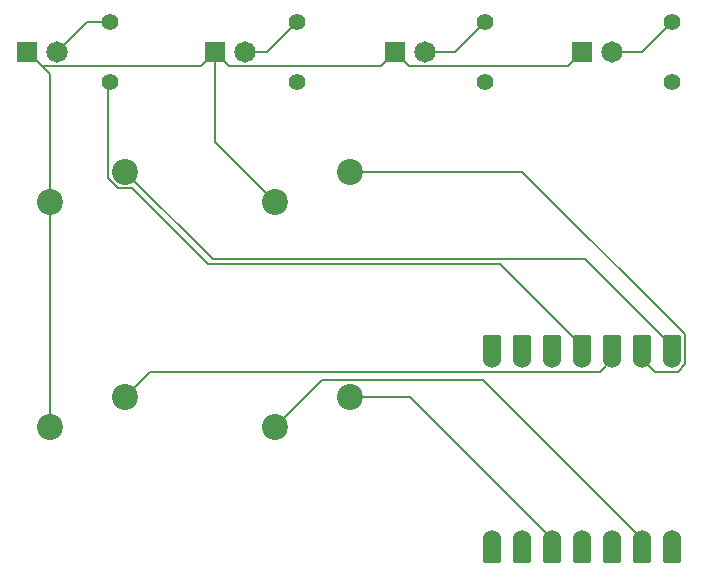
<source format=gbr>
%TF.GenerationSoftware,KiCad,Pcbnew,9.0.3*%
%TF.CreationDate,2025-07-28T00:11:00-05:00*%
%TF.ProjectId,eesa-pathfinder,65657361-2d70-4617-9468-66696e646572,rev?*%
%TF.SameCoordinates,Original*%
%TF.FileFunction,Copper,L1,Top*%
%TF.FilePolarity,Positive*%
%FSLAX46Y46*%
G04 Gerber Fmt 4.6, Leading zero omitted, Abs format (unit mm)*
G04 Created by KiCad (PCBNEW 9.0.3) date 2025-07-28 00:11:00*
%MOMM*%
%LPD*%
G01*
G04 APERTURE LIST*
G04 Aperture macros list*
%AMRoundRect*
0 Rectangle with rounded corners*
0 $1 Rounding radius*
0 $2 $3 $4 $5 $6 $7 $8 $9 X,Y pos of 4 corners*
0 Add a 4 corners polygon primitive as box body*
4,1,4,$2,$3,$4,$5,$6,$7,$8,$9,$2,$3,0*
0 Add four circle primitives for the rounded corners*
1,1,$1+$1,$2,$3*
1,1,$1+$1,$4,$5*
1,1,$1+$1,$6,$7*
1,1,$1+$1,$8,$9*
0 Add four rect primitives between the rounded corners*
20,1,$1+$1,$2,$3,$4,$5,0*
20,1,$1+$1,$4,$5,$6,$7,0*
20,1,$1+$1,$6,$7,$8,$9,0*
20,1,$1+$1,$8,$9,$2,$3,0*%
G04 Aperture macros list end*
%TA.AperFunction,ComponentPad*%
%ADD10C,1.400000*%
%TD*%
%TA.AperFunction,ComponentPad*%
%ADD11C,1.815000*%
%TD*%
%TA.AperFunction,ComponentPad*%
%ADD12R,1.815000X1.815000*%
%TD*%
%TA.AperFunction,ComponentPad*%
%ADD13C,2.200000*%
%TD*%
%TA.AperFunction,SMDPad,CuDef*%
%ADD14RoundRect,0.152400X0.609600X-1.063600X0.609600X1.063600X-0.609600X1.063600X-0.609600X-1.063600X0*%
%TD*%
%TA.AperFunction,ComponentPad*%
%ADD15C,1.524000*%
%TD*%
%TA.AperFunction,SMDPad,CuDef*%
%ADD16RoundRect,0.152400X-0.609600X1.063600X-0.609600X-1.063600X0.609600X-1.063600X0.609600X1.063600X0*%
%TD*%
%TA.AperFunction,Conductor*%
%ADD17C,0.200000*%
%TD*%
G04 APERTURE END LIST*
D10*
%TO.P,R3,1*%
%TO.N,Net-(D3-PadA)*%
X131445000Y-80645000D03*
%TO.P,R3,2*%
%TO.N,LED3*%
X131445000Y-85725000D03*
%TD*%
D11*
%TO.P,D4,A*%
%TO.N,Net-(D4-PadA)*%
X142240000Y-83185000D03*
D12*
%TO.P,D4,C*%
%TO.N,GND*%
X139700000Y-83185000D03*
%TD*%
D13*
%TO.P,SW1,1,1*%
%TO.N,button1*%
X100965000Y-93345000D03*
%TO.P,SW1,2,2*%
%TO.N,GND*%
X94615000Y-95885000D03*
%TD*%
D14*
%TO.P,U1,1,GPIO26/ADC0/A0*%
%TO.N,button1*%
X147320000Y-108385000D03*
D15*
X147320000Y-109220000D03*
D14*
%TO.P,U1,2,GPIO27/ADC1/A1*%
%TO.N,button2*%
X144780000Y-108385000D03*
D15*
X144780000Y-109220000D03*
D14*
%TO.P,U1,3,GPIO28/ADC2/A2*%
%TO.N,button3*%
X142240000Y-108385000D03*
D15*
X142240000Y-109220000D03*
D14*
%TO.P,U1,4,GPIO29/ADC3/A3*%
%TO.N,LED1*%
X139700000Y-108385000D03*
D15*
X139700000Y-109220000D03*
D14*
%TO.P,U1,5,GPIO6/SDA*%
%TO.N,LED2*%
X137160000Y-108385000D03*
D15*
X137160000Y-109220000D03*
D14*
%TO.P,U1,6,GPIO7/SCL*%
%TO.N,LED3*%
X134620000Y-108385000D03*
D15*
X134620000Y-109220000D03*
D14*
%TO.P,U1,7,GPIO0/TX*%
%TO.N,LED4*%
X132080000Y-108385000D03*
D15*
X132080000Y-109220000D03*
%TO.P,U1,8,GPIO1/RX*%
%TO.N,unconnected-(U1-GPIO1{slash}RX-Pad8)*%
X132080000Y-124460000D03*
D16*
X132080000Y-125295000D03*
D15*
%TO.P,U1,9,GPIO2/SCK*%
%TO.N,unconnected-(U1-GPIO2{slash}SCK-Pad9)*%
X134620000Y-124460000D03*
D16*
X134620000Y-125295000D03*
D15*
%TO.P,U1,10,GPIO4/MISO*%
%TO.N,button4*%
X137160000Y-124460000D03*
D16*
X137160000Y-125295000D03*
D15*
%TO.P,U1,11,GPIO3/MOSI*%
%TO.N,unconnected-(U1-GPIO3{slash}MOSI-Pad11)*%
X139700000Y-124460000D03*
D16*
X139700000Y-125295000D03*
D15*
%TO.P,U1,12,3V3*%
%TO.N,unconnected-(U1-3V3-Pad12)*%
X142240000Y-124460000D03*
D16*
X142240000Y-125295000D03*
D15*
%TO.P,U1,13,GND*%
%TO.N,GND*%
X144780000Y-124460000D03*
D16*
X144780000Y-125295000D03*
D15*
%TO.P,U1,14,VBUS*%
%TO.N,unconnected-(U1-VBUS-Pad14)*%
X147320000Y-124460000D03*
D16*
X147320000Y-125295000D03*
%TD*%
D11*
%TO.P,D3,A*%
%TO.N,Net-(D3-PadA)*%
X126365000Y-83185000D03*
D12*
%TO.P,D3,C*%
%TO.N,GND*%
X123825000Y-83185000D03*
%TD*%
D10*
%TO.P,R2,1*%
%TO.N,Net-(D2-PadA)*%
X115570000Y-80645000D03*
%TO.P,R2,2*%
%TO.N,LED2*%
X115570000Y-85725000D03*
%TD*%
D13*
%TO.P,SW4,1,1*%
%TO.N,button4*%
X120015000Y-112395000D03*
%TO.P,SW4,2,2*%
%TO.N,GND*%
X113665000Y-114935000D03*
%TD*%
D11*
%TO.P,D1,A*%
%TO.N,Net-(D1-PadA)*%
X95250000Y-83185000D03*
D12*
%TO.P,D1,C*%
%TO.N,GND*%
X92710000Y-83185000D03*
%TD*%
D11*
%TO.P,D2,A*%
%TO.N,Net-(D2-PadA)*%
X111125000Y-83185000D03*
D12*
%TO.P,D2,C*%
%TO.N,GND*%
X108585000Y-83185000D03*
%TD*%
D10*
%TO.P,R4,1*%
%TO.N,Net-(D4-PadA)*%
X147320000Y-80645000D03*
%TO.P,R4,2*%
%TO.N,LED4*%
X147320000Y-85725000D03*
%TD*%
%TO.P,R1,1*%
%TO.N,Net-(D1-PadA)*%
X99695000Y-80645000D03*
%TO.P,R1,2*%
%TO.N,LED1*%
X99695000Y-85725000D03*
%TD*%
D13*
%TO.P,SW2,1,1*%
%TO.N,button2*%
X120015000Y-93345000D03*
%TO.P,SW2,2,2*%
%TO.N,GND*%
X113665000Y-95885000D03*
%TD*%
%TO.P,SW3,1,1*%
%TO.N,button3*%
X100965000Y-112395000D03*
%TO.P,SW3,2,2*%
%TO.N,GND*%
X94615000Y-114935000D03*
%TD*%
D17*
%TO.N,Net-(D1-PadA)*%
X97790000Y-80645000D02*
X95250000Y-83185000D01*
X99695000Y-80645000D02*
X97790000Y-80645000D01*
%TO.N,GND*%
X108585000Y-83185000D02*
X108585000Y-90805000D01*
X94615000Y-85090000D02*
X92710000Y-83185000D01*
X108585000Y-83185000D02*
X109793500Y-84393500D01*
X131314000Y-110994000D02*
X144780000Y-124460000D01*
X94615000Y-114935000D02*
X94615000Y-95885000D01*
X122616500Y-84393500D02*
X123825000Y-83185000D01*
X113665000Y-114935000D02*
X117606000Y-110994000D01*
X92710000Y-83185000D02*
X93918500Y-84393500D01*
X117606000Y-110994000D02*
X131314000Y-110994000D01*
X123825000Y-83185000D02*
X125033500Y-84393500D01*
X138491500Y-84393500D02*
X139700000Y-83185000D01*
X125033500Y-84393500D02*
X138491500Y-84393500D01*
X107376500Y-84393500D02*
X108585000Y-83185000D01*
X94615000Y-95885000D02*
X94615000Y-85090000D01*
X108585000Y-90805000D02*
X113665000Y-95885000D01*
X93918500Y-84393500D02*
X107376500Y-84393500D01*
X109793500Y-84393500D02*
X122616500Y-84393500D01*
%TO.N,Net-(D2-PadA)*%
X113030000Y-83185000D02*
X115570000Y-80645000D01*
X111125000Y-83185000D02*
X113030000Y-83185000D01*
%TO.N,Net-(D3-PadA)*%
X126365000Y-83185000D02*
X128905000Y-83185000D01*
X128905000Y-83185000D02*
X131445000Y-80645000D01*
%TO.N,LED1*%
X132759630Y-101202000D02*
X108001314Y-101202000D01*
X99564000Y-93925314D02*
X99564000Y-85856000D01*
X139700000Y-109220000D02*
X139700000Y-108142370D01*
X101545314Y-94746000D02*
X100384686Y-94746000D01*
X100384686Y-94746000D02*
X99564000Y-93925314D01*
X139700000Y-108142370D02*
X132759630Y-101202000D01*
X108001314Y-101202000D02*
X101545314Y-94746000D01*
X99564000Y-85856000D02*
X99695000Y-85725000D01*
%TO.N,button1*%
X139953630Y-100776000D02*
X108396000Y-100776000D01*
X147320000Y-108142370D02*
X139953630Y-100776000D01*
X108396000Y-100776000D02*
X100965000Y-93345000D01*
X147320000Y-109220000D02*
X147320000Y-108142370D01*
%TO.N,button2*%
X144780000Y-109220000D02*
X145843000Y-110283000D01*
X148383000Y-109660310D02*
X148383000Y-107129374D01*
X145843000Y-110283000D02*
X147760310Y-110283000D01*
X147760310Y-110283000D02*
X148383000Y-109660310D01*
X134598626Y-93345000D02*
X120015000Y-93345000D01*
X148383000Y-107129374D02*
X134598626Y-93345000D01*
%TO.N,button3*%
X100965000Y-112395000D02*
X103077000Y-110283000D01*
X103077000Y-110283000D02*
X141177000Y-110283000D01*
X141177000Y-110283000D02*
X142240000Y-109220000D01*
%TO.N,Net-(D4-PadA)*%
X142240000Y-83185000D02*
X144780000Y-83185000D01*
X144780000Y-83185000D02*
X147320000Y-80645000D01*
%TO.N,button4*%
X125095000Y-112395000D02*
X137160000Y-124460000D01*
X120015000Y-112395000D02*
X125095000Y-112395000D01*
%TD*%
M02*

</source>
